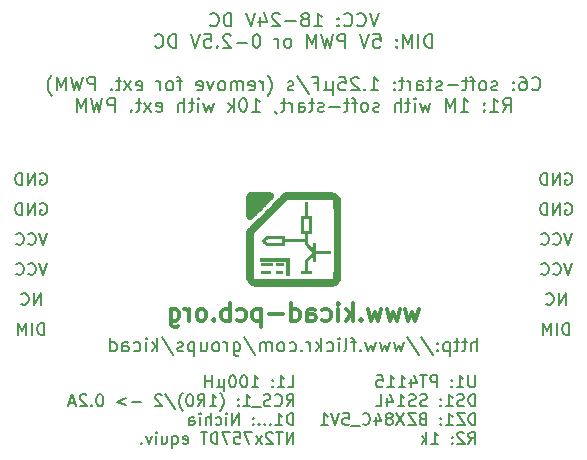
<source format=gbo>
%FSLAX34Y34*%
G04 Gerber Fmt 3.4, Leading zero omitted, Abs format*
G04 (created by PCBNEW (2014-03-05 BZR 4734)-product) date Thu 06 Mar 2014 06:49:51 PM CET*
%MOIN*%
G01*
G70*
G90*
G04 APERTURE LIST*
%ADD10C,0.005906*%
%ADD11C,0.007874*%
%ADD12C,0.008000*%
%ADD13C,0.012000*%
%ADD14C,0.000100*%
%ADD15C,0.065000*%
%ADD16C,0.118110*%
G04 APERTURE END LIST*
G54D10*
G54D11*
X34049Y-51674D02*
X34236Y-51674D01*
X34236Y-51280D01*
X33712Y-51674D02*
X33937Y-51674D01*
X33824Y-51674D02*
X33824Y-51280D01*
X33862Y-51336D01*
X33899Y-51374D01*
X33937Y-51392D01*
X33543Y-51636D02*
X33524Y-51655D01*
X33543Y-51674D01*
X33562Y-51655D01*
X33543Y-51636D01*
X33543Y-51674D01*
X33543Y-51430D02*
X33524Y-51449D01*
X33543Y-51467D01*
X33562Y-51449D01*
X33543Y-51430D01*
X33543Y-51467D01*
X32849Y-51674D02*
X33074Y-51674D01*
X32962Y-51674D02*
X32962Y-51280D01*
X32999Y-51336D01*
X33037Y-51374D01*
X33074Y-51392D01*
X32605Y-51280D02*
X32568Y-51280D01*
X32530Y-51299D01*
X32512Y-51317D01*
X32493Y-51355D01*
X32474Y-51430D01*
X32474Y-51524D01*
X32493Y-51599D01*
X32512Y-51636D01*
X32530Y-51655D01*
X32568Y-51674D01*
X32605Y-51674D01*
X32643Y-51655D01*
X32662Y-51636D01*
X32680Y-51599D01*
X32699Y-51524D01*
X32699Y-51430D01*
X32680Y-51355D01*
X32662Y-51317D01*
X32643Y-51299D01*
X32605Y-51280D01*
X32230Y-51280D02*
X32193Y-51280D01*
X32155Y-51299D01*
X32137Y-51317D01*
X32118Y-51355D01*
X32099Y-51430D01*
X32099Y-51524D01*
X32118Y-51599D01*
X32137Y-51636D01*
X32155Y-51655D01*
X32193Y-51674D01*
X32230Y-51674D01*
X32268Y-51655D01*
X32287Y-51636D01*
X32305Y-51599D01*
X32324Y-51524D01*
X32324Y-51430D01*
X32305Y-51355D01*
X32287Y-51317D01*
X32268Y-51299D01*
X32230Y-51280D01*
X31931Y-51411D02*
X31931Y-51805D01*
X31743Y-51617D02*
X31724Y-51655D01*
X31687Y-51674D01*
X31931Y-51617D02*
X31912Y-51655D01*
X31874Y-51674D01*
X31799Y-51674D01*
X31762Y-51655D01*
X31743Y-51617D01*
X31743Y-51411D01*
X31518Y-51674D02*
X31518Y-51280D01*
X31518Y-51467D02*
X31293Y-51467D01*
X31293Y-51674D02*
X31293Y-51280D01*
X34011Y-52304D02*
X34143Y-52116D01*
X34236Y-52304D02*
X34236Y-51910D01*
X34086Y-51910D01*
X34049Y-51929D01*
X34030Y-51947D01*
X34011Y-51985D01*
X34011Y-52041D01*
X34030Y-52079D01*
X34049Y-52097D01*
X34086Y-52116D01*
X34236Y-52116D01*
X33618Y-52266D02*
X33637Y-52285D01*
X33693Y-52304D01*
X33730Y-52304D01*
X33787Y-52285D01*
X33824Y-52247D01*
X33843Y-52210D01*
X33862Y-52135D01*
X33862Y-52079D01*
X33843Y-52004D01*
X33824Y-51966D01*
X33787Y-51929D01*
X33730Y-51910D01*
X33693Y-51910D01*
X33637Y-51929D01*
X33618Y-51947D01*
X33468Y-52285D02*
X33412Y-52304D01*
X33318Y-52304D01*
X33280Y-52285D01*
X33262Y-52266D01*
X33243Y-52229D01*
X33243Y-52191D01*
X33262Y-52154D01*
X33280Y-52135D01*
X33318Y-52116D01*
X33393Y-52097D01*
X33430Y-52079D01*
X33449Y-52060D01*
X33468Y-52022D01*
X33468Y-51985D01*
X33449Y-51947D01*
X33430Y-51929D01*
X33393Y-51910D01*
X33299Y-51910D01*
X33243Y-51929D01*
X33168Y-52341D02*
X32868Y-52341D01*
X32568Y-52304D02*
X32793Y-52304D01*
X32680Y-52304D02*
X32680Y-51910D01*
X32718Y-51966D01*
X32755Y-52004D01*
X32793Y-52022D01*
X32399Y-52266D02*
X32380Y-52285D01*
X32399Y-52304D01*
X32418Y-52285D01*
X32399Y-52266D01*
X32399Y-52304D01*
X32399Y-52060D02*
X32380Y-52079D01*
X32399Y-52097D01*
X32418Y-52079D01*
X32399Y-52060D01*
X32399Y-52097D01*
X31799Y-52454D02*
X31818Y-52435D01*
X31856Y-52379D01*
X31874Y-52341D01*
X31893Y-52285D01*
X31912Y-52191D01*
X31912Y-52116D01*
X31893Y-52022D01*
X31874Y-51966D01*
X31856Y-51929D01*
X31818Y-51872D01*
X31799Y-51854D01*
X31443Y-52304D02*
X31668Y-52304D01*
X31556Y-52304D02*
X31556Y-51910D01*
X31593Y-51966D01*
X31631Y-52004D01*
X31668Y-52022D01*
X31049Y-52304D02*
X31181Y-52116D01*
X31274Y-52304D02*
X31274Y-51910D01*
X31124Y-51910D01*
X31087Y-51929D01*
X31068Y-51947D01*
X31049Y-51985D01*
X31049Y-52041D01*
X31068Y-52079D01*
X31087Y-52097D01*
X31124Y-52116D01*
X31274Y-52116D01*
X30806Y-51910D02*
X30768Y-51910D01*
X30731Y-51929D01*
X30712Y-51947D01*
X30693Y-51985D01*
X30674Y-52060D01*
X30674Y-52154D01*
X30693Y-52229D01*
X30712Y-52266D01*
X30731Y-52285D01*
X30768Y-52304D01*
X30806Y-52304D01*
X30843Y-52285D01*
X30862Y-52266D01*
X30881Y-52229D01*
X30899Y-52154D01*
X30899Y-52060D01*
X30881Y-51985D01*
X30862Y-51947D01*
X30843Y-51929D01*
X30806Y-51910D01*
X30543Y-52454D02*
X30524Y-52435D01*
X30487Y-52379D01*
X30468Y-52341D01*
X30449Y-52285D01*
X30431Y-52191D01*
X30431Y-52116D01*
X30449Y-52022D01*
X30468Y-51966D01*
X30487Y-51929D01*
X30524Y-51872D01*
X30543Y-51854D01*
X29962Y-51891D02*
X30299Y-52397D01*
X29850Y-51947D02*
X29831Y-51929D01*
X29793Y-51910D01*
X29700Y-51910D01*
X29662Y-51929D01*
X29643Y-51947D01*
X29625Y-51985D01*
X29625Y-52022D01*
X29643Y-52079D01*
X29868Y-52304D01*
X29625Y-52304D01*
X29156Y-52154D02*
X28856Y-52154D01*
X28668Y-52041D02*
X28368Y-52154D01*
X28668Y-52266D01*
X27806Y-51910D02*
X27769Y-51910D01*
X27731Y-51929D01*
X27712Y-51947D01*
X27694Y-51985D01*
X27675Y-52060D01*
X27675Y-52154D01*
X27694Y-52229D01*
X27712Y-52266D01*
X27731Y-52285D01*
X27769Y-52304D01*
X27806Y-52304D01*
X27844Y-52285D01*
X27862Y-52266D01*
X27881Y-52229D01*
X27900Y-52154D01*
X27900Y-52060D01*
X27881Y-51985D01*
X27862Y-51947D01*
X27844Y-51929D01*
X27806Y-51910D01*
X27506Y-52266D02*
X27487Y-52285D01*
X27506Y-52304D01*
X27525Y-52285D01*
X27506Y-52266D01*
X27506Y-52304D01*
X27337Y-51947D02*
X27319Y-51929D01*
X27281Y-51910D01*
X27187Y-51910D01*
X27150Y-51929D01*
X27131Y-51947D01*
X27112Y-51985D01*
X27112Y-52022D01*
X27131Y-52079D01*
X27356Y-52304D01*
X27112Y-52304D01*
X26962Y-52191D02*
X26775Y-52191D01*
X27000Y-52304D02*
X26869Y-51910D01*
X26737Y-52304D01*
X34236Y-52934D02*
X34236Y-52540D01*
X34143Y-52540D01*
X34086Y-52559D01*
X34049Y-52596D01*
X34030Y-52634D01*
X34011Y-52709D01*
X34011Y-52765D01*
X34030Y-52840D01*
X34049Y-52877D01*
X34086Y-52915D01*
X34143Y-52934D01*
X34236Y-52934D01*
X33637Y-52934D02*
X33862Y-52934D01*
X33749Y-52934D02*
X33749Y-52540D01*
X33787Y-52596D01*
X33824Y-52634D01*
X33862Y-52652D01*
X33468Y-52896D02*
X33449Y-52915D01*
X33468Y-52934D01*
X33487Y-52915D01*
X33468Y-52896D01*
X33468Y-52934D01*
X33280Y-52896D02*
X33262Y-52915D01*
X33280Y-52934D01*
X33299Y-52915D01*
X33280Y-52896D01*
X33280Y-52934D01*
X33093Y-52896D02*
X33074Y-52915D01*
X33093Y-52934D01*
X33112Y-52915D01*
X33093Y-52896D01*
X33093Y-52934D01*
X32905Y-52896D02*
X32887Y-52915D01*
X32905Y-52934D01*
X32924Y-52915D01*
X32905Y-52896D01*
X32905Y-52934D01*
X32905Y-52690D02*
X32887Y-52709D01*
X32905Y-52727D01*
X32924Y-52709D01*
X32905Y-52690D01*
X32905Y-52727D01*
X32418Y-52934D02*
X32418Y-52540D01*
X32193Y-52934D01*
X32193Y-52540D01*
X32006Y-52934D02*
X32006Y-52671D01*
X32006Y-52540D02*
X32024Y-52559D01*
X32006Y-52577D01*
X31987Y-52559D01*
X32006Y-52540D01*
X32006Y-52577D01*
X31649Y-52915D02*
X31687Y-52934D01*
X31762Y-52934D01*
X31799Y-52915D01*
X31818Y-52896D01*
X31837Y-52859D01*
X31837Y-52746D01*
X31818Y-52709D01*
X31799Y-52690D01*
X31762Y-52671D01*
X31687Y-52671D01*
X31649Y-52690D01*
X31481Y-52934D02*
X31481Y-52540D01*
X31312Y-52934D02*
X31312Y-52727D01*
X31331Y-52690D01*
X31368Y-52671D01*
X31424Y-52671D01*
X31462Y-52690D01*
X31481Y-52709D01*
X31124Y-52934D02*
X31124Y-52671D01*
X31124Y-52540D02*
X31143Y-52559D01*
X31124Y-52577D01*
X31106Y-52559D01*
X31124Y-52540D01*
X31124Y-52577D01*
X30768Y-52934D02*
X30768Y-52727D01*
X30787Y-52690D01*
X30824Y-52671D01*
X30899Y-52671D01*
X30937Y-52690D01*
X30768Y-52915D02*
X30806Y-52934D01*
X30899Y-52934D01*
X30937Y-52915D01*
X30956Y-52877D01*
X30956Y-52840D01*
X30937Y-52802D01*
X30899Y-52784D01*
X30806Y-52784D01*
X30768Y-52765D01*
X34236Y-53563D02*
X34236Y-53170D01*
X34011Y-53563D01*
X34011Y-53170D01*
X33880Y-53170D02*
X33655Y-53170D01*
X33768Y-53563D02*
X33768Y-53170D01*
X33543Y-53207D02*
X33524Y-53188D01*
X33487Y-53170D01*
X33393Y-53170D01*
X33355Y-53188D01*
X33337Y-53207D01*
X33318Y-53245D01*
X33318Y-53282D01*
X33337Y-53338D01*
X33562Y-53563D01*
X33318Y-53563D01*
X33187Y-53563D02*
X32980Y-53301D01*
X33187Y-53301D02*
X32980Y-53563D01*
X32868Y-53170D02*
X32605Y-53170D01*
X32774Y-53563D01*
X32268Y-53170D02*
X32455Y-53170D01*
X32474Y-53357D01*
X32455Y-53338D01*
X32418Y-53320D01*
X32324Y-53320D01*
X32287Y-53338D01*
X32268Y-53357D01*
X32249Y-53395D01*
X32249Y-53488D01*
X32268Y-53526D01*
X32287Y-53545D01*
X32324Y-53563D01*
X32418Y-53563D01*
X32455Y-53545D01*
X32474Y-53526D01*
X32118Y-53170D02*
X31856Y-53170D01*
X32024Y-53563D01*
X31706Y-53563D02*
X31706Y-53170D01*
X31612Y-53170D01*
X31556Y-53188D01*
X31518Y-53226D01*
X31499Y-53263D01*
X31481Y-53338D01*
X31481Y-53395D01*
X31499Y-53470D01*
X31518Y-53507D01*
X31556Y-53545D01*
X31612Y-53563D01*
X31706Y-53563D01*
X31368Y-53170D02*
X31143Y-53170D01*
X31256Y-53563D02*
X31256Y-53170D01*
X30562Y-53545D02*
X30599Y-53563D01*
X30674Y-53563D01*
X30712Y-53545D01*
X30731Y-53507D01*
X30731Y-53357D01*
X30712Y-53320D01*
X30674Y-53301D01*
X30599Y-53301D01*
X30562Y-53320D01*
X30543Y-53357D01*
X30543Y-53395D01*
X30731Y-53432D01*
X30206Y-53301D02*
X30206Y-53695D01*
X30206Y-53545D02*
X30243Y-53563D01*
X30318Y-53563D01*
X30356Y-53545D01*
X30374Y-53526D01*
X30393Y-53488D01*
X30393Y-53376D01*
X30374Y-53338D01*
X30356Y-53320D01*
X30318Y-53301D01*
X30243Y-53301D01*
X30206Y-53320D01*
X29850Y-53301D02*
X29850Y-53563D01*
X30018Y-53301D02*
X30018Y-53507D01*
X29999Y-53545D01*
X29962Y-53563D01*
X29906Y-53563D01*
X29868Y-53545D01*
X29850Y-53526D01*
X29662Y-53563D02*
X29662Y-53301D01*
X29662Y-53170D02*
X29681Y-53188D01*
X29662Y-53207D01*
X29643Y-53188D01*
X29662Y-53170D01*
X29662Y-53207D01*
X29512Y-53301D02*
X29418Y-53563D01*
X29325Y-53301D01*
X29175Y-53526D02*
X29156Y-53545D01*
X29175Y-53563D01*
X29193Y-53545D01*
X29175Y-53526D01*
X29175Y-53563D01*
X40299Y-51280D02*
X40299Y-51599D01*
X40281Y-51636D01*
X40262Y-51655D01*
X40224Y-51674D01*
X40149Y-51674D01*
X40112Y-51655D01*
X40093Y-51636D01*
X40074Y-51599D01*
X40074Y-51280D01*
X39681Y-51674D02*
X39906Y-51674D01*
X39793Y-51674D02*
X39793Y-51280D01*
X39831Y-51336D01*
X39868Y-51374D01*
X39906Y-51392D01*
X39512Y-51636D02*
X39493Y-51655D01*
X39512Y-51674D01*
X39531Y-51655D01*
X39512Y-51636D01*
X39512Y-51674D01*
X39512Y-51430D02*
X39493Y-51449D01*
X39512Y-51467D01*
X39531Y-51449D01*
X39512Y-51430D01*
X39512Y-51467D01*
X39025Y-51674D02*
X39025Y-51280D01*
X38875Y-51280D01*
X38837Y-51299D01*
X38818Y-51317D01*
X38800Y-51355D01*
X38800Y-51411D01*
X38818Y-51449D01*
X38837Y-51467D01*
X38875Y-51486D01*
X39025Y-51486D01*
X38687Y-51280D02*
X38462Y-51280D01*
X38575Y-51674D02*
X38575Y-51280D01*
X38162Y-51411D02*
X38162Y-51674D01*
X38256Y-51261D02*
X38350Y-51542D01*
X38106Y-51542D01*
X37750Y-51674D02*
X37975Y-51674D01*
X37862Y-51674D02*
X37862Y-51280D01*
X37900Y-51336D01*
X37937Y-51374D01*
X37975Y-51392D01*
X37375Y-51674D02*
X37600Y-51674D01*
X37487Y-51674D02*
X37487Y-51280D01*
X37525Y-51336D01*
X37562Y-51374D01*
X37600Y-51392D01*
X37019Y-51280D02*
X37206Y-51280D01*
X37225Y-51467D01*
X37206Y-51449D01*
X37169Y-51430D01*
X37075Y-51430D01*
X37037Y-51449D01*
X37019Y-51467D01*
X37000Y-51505D01*
X37000Y-51599D01*
X37019Y-51636D01*
X37037Y-51655D01*
X37075Y-51674D01*
X37169Y-51674D01*
X37206Y-51655D01*
X37225Y-51636D01*
X40299Y-52304D02*
X40299Y-51910D01*
X40206Y-51910D01*
X40149Y-51929D01*
X40112Y-51966D01*
X40093Y-52004D01*
X40074Y-52079D01*
X40074Y-52135D01*
X40093Y-52210D01*
X40112Y-52247D01*
X40149Y-52285D01*
X40206Y-52304D01*
X40299Y-52304D01*
X39925Y-52285D02*
X39868Y-52304D01*
X39775Y-52304D01*
X39737Y-52285D01*
X39718Y-52266D01*
X39700Y-52229D01*
X39700Y-52191D01*
X39718Y-52154D01*
X39737Y-52135D01*
X39775Y-52116D01*
X39850Y-52097D01*
X39887Y-52079D01*
X39906Y-52060D01*
X39925Y-52022D01*
X39925Y-51985D01*
X39906Y-51947D01*
X39887Y-51929D01*
X39850Y-51910D01*
X39756Y-51910D01*
X39700Y-51929D01*
X39325Y-52304D02*
X39550Y-52304D01*
X39437Y-52304D02*
X39437Y-51910D01*
X39475Y-51966D01*
X39512Y-52004D01*
X39550Y-52022D01*
X39156Y-52266D02*
X39137Y-52285D01*
X39156Y-52304D01*
X39175Y-52285D01*
X39156Y-52266D01*
X39156Y-52304D01*
X39156Y-52060D02*
X39137Y-52079D01*
X39156Y-52097D01*
X39175Y-52079D01*
X39156Y-52060D01*
X39156Y-52097D01*
X38687Y-52285D02*
X38631Y-52304D01*
X38537Y-52304D01*
X38500Y-52285D01*
X38481Y-52266D01*
X38462Y-52229D01*
X38462Y-52191D01*
X38481Y-52154D01*
X38500Y-52135D01*
X38537Y-52116D01*
X38612Y-52097D01*
X38650Y-52079D01*
X38668Y-52060D01*
X38687Y-52022D01*
X38687Y-51985D01*
X38668Y-51947D01*
X38650Y-51929D01*
X38612Y-51910D01*
X38518Y-51910D01*
X38462Y-51929D01*
X38312Y-52285D02*
X38256Y-52304D01*
X38162Y-52304D01*
X38125Y-52285D01*
X38106Y-52266D01*
X38087Y-52229D01*
X38087Y-52191D01*
X38106Y-52154D01*
X38125Y-52135D01*
X38162Y-52116D01*
X38237Y-52097D01*
X38275Y-52079D01*
X38293Y-52060D01*
X38312Y-52022D01*
X38312Y-51985D01*
X38293Y-51947D01*
X38275Y-51929D01*
X38237Y-51910D01*
X38143Y-51910D01*
X38087Y-51929D01*
X37712Y-52304D02*
X37937Y-52304D01*
X37825Y-52304D02*
X37825Y-51910D01*
X37862Y-51966D01*
X37900Y-52004D01*
X37937Y-52022D01*
X37375Y-52041D02*
X37375Y-52304D01*
X37469Y-51891D02*
X37562Y-52172D01*
X37319Y-52172D01*
X36981Y-52304D02*
X37169Y-52304D01*
X37169Y-51910D01*
X40299Y-52934D02*
X40299Y-52540D01*
X40206Y-52540D01*
X40149Y-52559D01*
X40112Y-52596D01*
X40093Y-52634D01*
X40074Y-52709D01*
X40074Y-52765D01*
X40093Y-52840D01*
X40112Y-52877D01*
X40149Y-52915D01*
X40206Y-52934D01*
X40299Y-52934D01*
X39943Y-52540D02*
X39681Y-52540D01*
X39943Y-52934D01*
X39681Y-52934D01*
X39325Y-52934D02*
X39550Y-52934D01*
X39437Y-52934D02*
X39437Y-52540D01*
X39475Y-52596D01*
X39512Y-52634D01*
X39550Y-52652D01*
X39156Y-52896D02*
X39137Y-52915D01*
X39156Y-52934D01*
X39175Y-52915D01*
X39156Y-52896D01*
X39156Y-52934D01*
X39156Y-52690D02*
X39137Y-52709D01*
X39156Y-52727D01*
X39175Y-52709D01*
X39156Y-52690D01*
X39156Y-52727D01*
X38537Y-52727D02*
X38481Y-52746D01*
X38462Y-52765D01*
X38443Y-52802D01*
X38443Y-52859D01*
X38462Y-52896D01*
X38481Y-52915D01*
X38518Y-52934D01*
X38668Y-52934D01*
X38668Y-52540D01*
X38537Y-52540D01*
X38500Y-52559D01*
X38481Y-52577D01*
X38462Y-52615D01*
X38462Y-52652D01*
X38481Y-52690D01*
X38500Y-52709D01*
X38537Y-52727D01*
X38668Y-52727D01*
X38312Y-52540D02*
X38050Y-52540D01*
X38312Y-52934D01*
X38050Y-52934D01*
X37937Y-52540D02*
X37675Y-52934D01*
X37675Y-52540D02*
X37937Y-52934D01*
X37469Y-52709D02*
X37506Y-52690D01*
X37525Y-52671D01*
X37544Y-52634D01*
X37544Y-52615D01*
X37525Y-52577D01*
X37506Y-52559D01*
X37469Y-52540D01*
X37394Y-52540D01*
X37356Y-52559D01*
X37337Y-52577D01*
X37319Y-52615D01*
X37319Y-52634D01*
X37337Y-52671D01*
X37356Y-52690D01*
X37394Y-52709D01*
X37469Y-52709D01*
X37506Y-52727D01*
X37525Y-52746D01*
X37544Y-52784D01*
X37544Y-52859D01*
X37525Y-52896D01*
X37506Y-52915D01*
X37469Y-52934D01*
X37394Y-52934D01*
X37356Y-52915D01*
X37337Y-52896D01*
X37319Y-52859D01*
X37319Y-52784D01*
X37337Y-52746D01*
X37356Y-52727D01*
X37394Y-52709D01*
X36981Y-52671D02*
X36981Y-52934D01*
X37075Y-52521D02*
X37169Y-52802D01*
X36925Y-52802D01*
X36550Y-52896D02*
X36569Y-52915D01*
X36625Y-52934D01*
X36662Y-52934D01*
X36719Y-52915D01*
X36756Y-52877D01*
X36775Y-52840D01*
X36794Y-52765D01*
X36794Y-52709D01*
X36775Y-52634D01*
X36756Y-52596D01*
X36719Y-52559D01*
X36662Y-52540D01*
X36625Y-52540D01*
X36569Y-52559D01*
X36550Y-52577D01*
X36475Y-52971D02*
X36175Y-52971D01*
X35894Y-52540D02*
X36081Y-52540D01*
X36100Y-52727D01*
X36081Y-52709D01*
X36044Y-52690D01*
X35950Y-52690D01*
X35913Y-52709D01*
X35894Y-52727D01*
X35875Y-52765D01*
X35875Y-52859D01*
X35894Y-52896D01*
X35913Y-52915D01*
X35950Y-52934D01*
X36044Y-52934D01*
X36081Y-52915D01*
X36100Y-52896D01*
X35763Y-52540D02*
X35631Y-52934D01*
X35500Y-52540D01*
X35163Y-52934D02*
X35388Y-52934D01*
X35275Y-52934D02*
X35275Y-52540D01*
X35313Y-52596D01*
X35350Y-52634D01*
X35388Y-52652D01*
X40074Y-53563D02*
X40206Y-53376D01*
X40299Y-53563D02*
X40299Y-53170D01*
X40149Y-53170D01*
X40112Y-53188D01*
X40093Y-53207D01*
X40074Y-53245D01*
X40074Y-53301D01*
X40093Y-53338D01*
X40112Y-53357D01*
X40149Y-53376D01*
X40299Y-53376D01*
X39925Y-53207D02*
X39906Y-53188D01*
X39868Y-53170D01*
X39775Y-53170D01*
X39737Y-53188D01*
X39718Y-53207D01*
X39700Y-53245D01*
X39700Y-53282D01*
X39718Y-53338D01*
X39943Y-53563D01*
X39700Y-53563D01*
X39531Y-53526D02*
X39512Y-53545D01*
X39531Y-53563D01*
X39550Y-53545D01*
X39531Y-53526D01*
X39531Y-53563D01*
X39531Y-53320D02*
X39512Y-53338D01*
X39531Y-53357D01*
X39550Y-53338D01*
X39531Y-53320D01*
X39531Y-53357D01*
X38837Y-53563D02*
X39062Y-53563D01*
X38950Y-53563D02*
X38950Y-53170D01*
X38987Y-53226D01*
X39025Y-53263D01*
X39062Y-53282D01*
X38668Y-53563D02*
X38668Y-53170D01*
X38631Y-53413D02*
X38518Y-53563D01*
X38518Y-53301D02*
X38668Y-53451D01*
G54D12*
X40369Y-50479D02*
X40369Y-50029D01*
X40176Y-50479D02*
X40176Y-50243D01*
X40198Y-50200D01*
X40241Y-50179D01*
X40305Y-50179D01*
X40348Y-50200D01*
X40369Y-50222D01*
X40026Y-50179D02*
X39855Y-50179D01*
X39962Y-50029D02*
X39962Y-50414D01*
X39941Y-50457D01*
X39898Y-50479D01*
X39855Y-50479D01*
X39769Y-50179D02*
X39598Y-50179D01*
X39705Y-50029D02*
X39705Y-50414D01*
X39684Y-50457D01*
X39641Y-50479D01*
X39598Y-50479D01*
X39448Y-50179D02*
X39448Y-50629D01*
X39448Y-50200D02*
X39405Y-50179D01*
X39319Y-50179D01*
X39276Y-50200D01*
X39255Y-50222D01*
X39234Y-50264D01*
X39234Y-50393D01*
X39255Y-50436D01*
X39276Y-50457D01*
X39319Y-50479D01*
X39405Y-50479D01*
X39448Y-50457D01*
X39041Y-50436D02*
X39019Y-50457D01*
X39041Y-50479D01*
X39062Y-50457D01*
X39041Y-50436D01*
X39041Y-50479D01*
X39041Y-50200D02*
X39019Y-50222D01*
X39041Y-50243D01*
X39062Y-50222D01*
X39041Y-50200D01*
X39041Y-50243D01*
X38505Y-50007D02*
X38891Y-50586D01*
X38034Y-50007D02*
X38419Y-50586D01*
X37926Y-50179D02*
X37841Y-50479D01*
X37755Y-50264D01*
X37669Y-50479D01*
X37584Y-50179D01*
X37455Y-50179D02*
X37369Y-50479D01*
X37284Y-50264D01*
X37198Y-50479D01*
X37112Y-50179D01*
X36984Y-50179D02*
X36898Y-50479D01*
X36812Y-50264D01*
X36726Y-50479D01*
X36641Y-50179D01*
X36469Y-50436D02*
X36448Y-50457D01*
X36469Y-50479D01*
X36491Y-50457D01*
X36469Y-50436D01*
X36469Y-50479D01*
X36319Y-50179D02*
X36148Y-50179D01*
X36255Y-50479D02*
X36255Y-50093D01*
X36234Y-50050D01*
X36191Y-50029D01*
X36148Y-50029D01*
X35934Y-50479D02*
X35976Y-50457D01*
X35998Y-50414D01*
X35998Y-50029D01*
X35762Y-50479D02*
X35762Y-50179D01*
X35762Y-50029D02*
X35784Y-50050D01*
X35762Y-50072D01*
X35741Y-50050D01*
X35762Y-50029D01*
X35762Y-50072D01*
X35355Y-50457D02*
X35398Y-50479D01*
X35484Y-50479D01*
X35526Y-50457D01*
X35548Y-50436D01*
X35569Y-50393D01*
X35569Y-50264D01*
X35548Y-50222D01*
X35526Y-50200D01*
X35484Y-50179D01*
X35398Y-50179D01*
X35355Y-50200D01*
X35162Y-50479D02*
X35162Y-50029D01*
X35119Y-50307D02*
X34991Y-50479D01*
X34991Y-50179D02*
X35162Y-50350D01*
X34798Y-50479D02*
X34798Y-50179D01*
X34798Y-50264D02*
X34776Y-50222D01*
X34755Y-50200D01*
X34712Y-50179D01*
X34669Y-50179D01*
X34519Y-50436D02*
X34498Y-50457D01*
X34519Y-50479D01*
X34541Y-50457D01*
X34519Y-50436D01*
X34519Y-50479D01*
X34112Y-50457D02*
X34155Y-50479D01*
X34241Y-50479D01*
X34284Y-50457D01*
X34305Y-50436D01*
X34326Y-50393D01*
X34326Y-50264D01*
X34305Y-50222D01*
X34284Y-50200D01*
X34241Y-50179D01*
X34155Y-50179D01*
X34112Y-50200D01*
X33855Y-50479D02*
X33898Y-50457D01*
X33919Y-50436D01*
X33941Y-50393D01*
X33941Y-50264D01*
X33919Y-50222D01*
X33898Y-50200D01*
X33855Y-50179D01*
X33791Y-50179D01*
X33748Y-50200D01*
X33726Y-50222D01*
X33705Y-50264D01*
X33705Y-50393D01*
X33726Y-50436D01*
X33748Y-50457D01*
X33791Y-50479D01*
X33855Y-50479D01*
X33512Y-50479D02*
X33512Y-50179D01*
X33512Y-50222D02*
X33491Y-50200D01*
X33448Y-50179D01*
X33384Y-50179D01*
X33341Y-50200D01*
X33319Y-50243D01*
X33319Y-50479D01*
X33319Y-50243D02*
X33298Y-50200D01*
X33255Y-50179D01*
X33191Y-50179D01*
X33148Y-50200D01*
X33126Y-50243D01*
X33126Y-50479D01*
X32591Y-50007D02*
X32976Y-50586D01*
X32248Y-50179D02*
X32248Y-50543D01*
X32269Y-50586D01*
X32291Y-50607D01*
X32334Y-50629D01*
X32398Y-50629D01*
X32441Y-50607D01*
X32248Y-50457D02*
X32291Y-50479D01*
X32376Y-50479D01*
X32419Y-50457D01*
X32441Y-50436D01*
X32462Y-50393D01*
X32462Y-50264D01*
X32441Y-50222D01*
X32419Y-50200D01*
X32376Y-50179D01*
X32291Y-50179D01*
X32248Y-50200D01*
X32034Y-50479D02*
X32034Y-50179D01*
X32034Y-50264D02*
X32012Y-50222D01*
X31991Y-50200D01*
X31948Y-50179D01*
X31905Y-50179D01*
X31691Y-50479D02*
X31734Y-50457D01*
X31755Y-50436D01*
X31776Y-50393D01*
X31776Y-50264D01*
X31755Y-50222D01*
X31734Y-50200D01*
X31691Y-50179D01*
X31626Y-50179D01*
X31584Y-50200D01*
X31562Y-50222D01*
X31541Y-50264D01*
X31541Y-50393D01*
X31562Y-50436D01*
X31584Y-50457D01*
X31626Y-50479D01*
X31691Y-50479D01*
X31155Y-50179D02*
X31155Y-50479D01*
X31348Y-50179D02*
X31348Y-50414D01*
X31326Y-50457D01*
X31284Y-50479D01*
X31219Y-50479D01*
X31176Y-50457D01*
X31155Y-50436D01*
X30941Y-50179D02*
X30941Y-50629D01*
X30941Y-50200D02*
X30898Y-50179D01*
X30812Y-50179D01*
X30769Y-50200D01*
X30748Y-50222D01*
X30726Y-50264D01*
X30726Y-50393D01*
X30748Y-50436D01*
X30769Y-50457D01*
X30812Y-50479D01*
X30898Y-50479D01*
X30941Y-50457D01*
X30555Y-50457D02*
X30512Y-50479D01*
X30426Y-50479D01*
X30384Y-50457D01*
X30362Y-50414D01*
X30362Y-50393D01*
X30384Y-50350D01*
X30426Y-50329D01*
X30491Y-50329D01*
X30534Y-50307D01*
X30555Y-50264D01*
X30555Y-50243D01*
X30534Y-50200D01*
X30491Y-50179D01*
X30426Y-50179D01*
X30384Y-50200D01*
X29848Y-50007D02*
X30234Y-50586D01*
X29698Y-50479D02*
X29698Y-50029D01*
X29655Y-50307D02*
X29526Y-50479D01*
X29526Y-50179D02*
X29698Y-50350D01*
X29334Y-50479D02*
X29334Y-50179D01*
X29334Y-50029D02*
X29355Y-50050D01*
X29334Y-50072D01*
X29312Y-50050D01*
X29334Y-50029D01*
X29334Y-50072D01*
X28926Y-50457D02*
X28969Y-50479D01*
X29055Y-50479D01*
X29098Y-50457D01*
X29119Y-50436D01*
X29141Y-50393D01*
X29141Y-50264D01*
X29119Y-50222D01*
X29098Y-50200D01*
X29055Y-50179D01*
X28969Y-50179D01*
X28926Y-50200D01*
X28541Y-50479D02*
X28541Y-50243D01*
X28562Y-50200D01*
X28605Y-50179D01*
X28691Y-50179D01*
X28734Y-50200D01*
X28541Y-50457D02*
X28584Y-50479D01*
X28691Y-50479D01*
X28734Y-50457D01*
X28755Y-50414D01*
X28755Y-50372D01*
X28734Y-50329D01*
X28691Y-50307D01*
X28584Y-50307D01*
X28541Y-50286D01*
X28134Y-50479D02*
X28134Y-50029D01*
X28134Y-50457D02*
X28176Y-50479D01*
X28262Y-50479D01*
X28305Y-50457D01*
X28326Y-50436D01*
X28348Y-50393D01*
X28348Y-50264D01*
X28326Y-50222D01*
X28305Y-50200D01*
X28262Y-50179D01*
X28176Y-50179D01*
X28134Y-50200D01*
G54D13*
X38413Y-49066D02*
X38301Y-49460D01*
X38188Y-49178D01*
X38076Y-49460D01*
X37964Y-49066D01*
X37795Y-49066D02*
X37682Y-49460D01*
X37570Y-49178D01*
X37457Y-49460D01*
X37345Y-49066D01*
X37176Y-49066D02*
X37064Y-49460D01*
X36951Y-49178D01*
X36839Y-49460D01*
X36726Y-49066D01*
X36501Y-49403D02*
X36473Y-49431D01*
X36501Y-49460D01*
X36529Y-49431D01*
X36501Y-49403D01*
X36501Y-49460D01*
X36220Y-49460D02*
X36220Y-48869D01*
X36164Y-49235D02*
X35995Y-49460D01*
X35995Y-49066D02*
X36220Y-49291D01*
X35742Y-49460D02*
X35742Y-49066D01*
X35742Y-48869D02*
X35770Y-48897D01*
X35742Y-48925D01*
X35714Y-48897D01*
X35742Y-48869D01*
X35742Y-48925D01*
X35208Y-49431D02*
X35264Y-49460D01*
X35376Y-49460D01*
X35433Y-49431D01*
X35461Y-49403D01*
X35489Y-49347D01*
X35489Y-49178D01*
X35461Y-49122D01*
X35433Y-49094D01*
X35376Y-49066D01*
X35264Y-49066D01*
X35208Y-49094D01*
X34701Y-49460D02*
X34701Y-49150D01*
X34730Y-49094D01*
X34786Y-49066D01*
X34898Y-49066D01*
X34955Y-49094D01*
X34701Y-49431D02*
X34758Y-49460D01*
X34898Y-49460D01*
X34955Y-49431D01*
X34983Y-49375D01*
X34983Y-49319D01*
X34955Y-49263D01*
X34898Y-49235D01*
X34758Y-49235D01*
X34701Y-49206D01*
X34167Y-49460D02*
X34167Y-48869D01*
X34167Y-49431D02*
X34223Y-49460D01*
X34336Y-49460D01*
X34392Y-49431D01*
X34420Y-49403D01*
X34448Y-49347D01*
X34448Y-49178D01*
X34420Y-49122D01*
X34392Y-49094D01*
X34336Y-49066D01*
X34223Y-49066D01*
X34167Y-49094D01*
X33886Y-49235D02*
X33436Y-49235D01*
X33155Y-49066D02*
X33155Y-49656D01*
X33155Y-49094D02*
X33098Y-49066D01*
X32986Y-49066D01*
X32930Y-49094D01*
X32902Y-49122D01*
X32874Y-49178D01*
X32874Y-49347D01*
X32902Y-49403D01*
X32930Y-49431D01*
X32986Y-49460D01*
X33098Y-49460D01*
X33155Y-49431D01*
X32367Y-49431D02*
X32424Y-49460D01*
X32536Y-49460D01*
X32592Y-49431D01*
X32620Y-49403D01*
X32649Y-49347D01*
X32649Y-49178D01*
X32620Y-49122D01*
X32592Y-49094D01*
X32536Y-49066D01*
X32424Y-49066D01*
X32367Y-49094D01*
X32114Y-49460D02*
X32114Y-48869D01*
X32114Y-49094D02*
X32058Y-49066D01*
X31946Y-49066D01*
X31889Y-49094D01*
X31861Y-49122D01*
X31833Y-49178D01*
X31833Y-49347D01*
X31861Y-49403D01*
X31889Y-49431D01*
X31946Y-49460D01*
X32058Y-49460D01*
X32114Y-49431D01*
X31580Y-49403D02*
X31552Y-49431D01*
X31580Y-49460D01*
X31608Y-49431D01*
X31580Y-49403D01*
X31580Y-49460D01*
X31214Y-49460D02*
X31271Y-49431D01*
X31299Y-49403D01*
X31327Y-49347D01*
X31327Y-49178D01*
X31299Y-49122D01*
X31271Y-49094D01*
X31214Y-49066D01*
X31130Y-49066D01*
X31074Y-49094D01*
X31046Y-49122D01*
X31017Y-49178D01*
X31017Y-49347D01*
X31046Y-49403D01*
X31074Y-49431D01*
X31130Y-49460D01*
X31214Y-49460D01*
X30764Y-49460D02*
X30764Y-49066D01*
X30764Y-49178D02*
X30736Y-49122D01*
X30708Y-49094D01*
X30652Y-49066D01*
X30596Y-49066D01*
X30146Y-49066D02*
X30146Y-49544D01*
X30174Y-49600D01*
X30202Y-49628D01*
X30258Y-49656D01*
X30343Y-49656D01*
X30399Y-49628D01*
X30146Y-49431D02*
X30202Y-49460D01*
X30314Y-49460D01*
X30371Y-49431D01*
X30399Y-49403D01*
X30427Y-49347D01*
X30427Y-49178D01*
X30399Y-49122D01*
X30371Y-49094D01*
X30314Y-49066D01*
X30202Y-49066D01*
X30146Y-49094D01*
G54D12*
X43304Y-44550D02*
X43342Y-44530D01*
X43400Y-44530D01*
X43457Y-44550D01*
X43495Y-44588D01*
X43514Y-44626D01*
X43533Y-44702D01*
X43533Y-44759D01*
X43514Y-44835D01*
X43495Y-44873D01*
X43457Y-44911D01*
X43400Y-44930D01*
X43361Y-44930D01*
X43304Y-44911D01*
X43285Y-44892D01*
X43285Y-44759D01*
X43361Y-44759D01*
X43114Y-44930D02*
X43114Y-44530D01*
X42885Y-44930D01*
X42885Y-44530D01*
X42695Y-44930D02*
X42695Y-44530D01*
X42599Y-44530D01*
X42542Y-44550D01*
X42504Y-44588D01*
X42485Y-44626D01*
X42466Y-44702D01*
X42466Y-44759D01*
X42485Y-44835D01*
X42504Y-44873D01*
X42542Y-44911D01*
X42599Y-44930D01*
X42695Y-44930D01*
X43533Y-46530D02*
X43399Y-46930D01*
X43266Y-46530D01*
X42904Y-46892D02*
X42923Y-46911D01*
X42980Y-46930D01*
X43019Y-46930D01*
X43076Y-46911D01*
X43114Y-46873D01*
X43133Y-46835D01*
X43152Y-46759D01*
X43152Y-46702D01*
X43133Y-46626D01*
X43114Y-46588D01*
X43076Y-46550D01*
X43019Y-46530D01*
X42980Y-46530D01*
X42923Y-46550D01*
X42904Y-46569D01*
X42504Y-46892D02*
X42523Y-46911D01*
X42580Y-46930D01*
X42619Y-46930D01*
X42676Y-46911D01*
X42714Y-46873D01*
X42733Y-46835D01*
X42752Y-46759D01*
X42752Y-46702D01*
X42733Y-46626D01*
X42714Y-46588D01*
X42676Y-46550D01*
X42619Y-46530D01*
X42580Y-46530D01*
X42523Y-46550D01*
X42504Y-46569D01*
X43304Y-45550D02*
X43342Y-45530D01*
X43400Y-45530D01*
X43457Y-45550D01*
X43495Y-45588D01*
X43514Y-45626D01*
X43533Y-45702D01*
X43533Y-45759D01*
X43514Y-45835D01*
X43495Y-45873D01*
X43457Y-45911D01*
X43400Y-45930D01*
X43361Y-45930D01*
X43304Y-45911D01*
X43285Y-45892D01*
X43285Y-45759D01*
X43361Y-45759D01*
X43114Y-45930D02*
X43114Y-45530D01*
X42885Y-45930D01*
X42885Y-45530D01*
X42695Y-45930D02*
X42695Y-45530D01*
X42599Y-45530D01*
X42542Y-45550D01*
X42504Y-45588D01*
X42485Y-45626D01*
X42466Y-45702D01*
X42466Y-45759D01*
X42485Y-45835D01*
X42504Y-45873D01*
X42542Y-45911D01*
X42599Y-45930D01*
X42695Y-45930D01*
X43533Y-47530D02*
X43399Y-47930D01*
X43266Y-47530D01*
X42904Y-47892D02*
X42923Y-47911D01*
X42980Y-47930D01*
X43019Y-47930D01*
X43076Y-47911D01*
X43114Y-47873D01*
X43133Y-47835D01*
X43152Y-47759D01*
X43152Y-47702D01*
X43133Y-47626D01*
X43114Y-47588D01*
X43076Y-47550D01*
X43019Y-47530D01*
X42980Y-47530D01*
X42923Y-47550D01*
X42904Y-47569D01*
X42504Y-47892D02*
X42523Y-47911D01*
X42580Y-47930D01*
X42619Y-47930D01*
X42676Y-47911D01*
X42714Y-47873D01*
X42733Y-47835D01*
X42752Y-47759D01*
X42752Y-47702D01*
X42733Y-47626D01*
X42714Y-47588D01*
X42676Y-47550D01*
X42619Y-47530D01*
X42580Y-47530D01*
X42523Y-47550D01*
X42504Y-47569D01*
X43428Y-49930D02*
X43428Y-49530D01*
X43333Y-49530D01*
X43276Y-49550D01*
X43238Y-49588D01*
X43219Y-49626D01*
X43200Y-49702D01*
X43200Y-49759D01*
X43219Y-49835D01*
X43238Y-49873D01*
X43276Y-49911D01*
X43333Y-49930D01*
X43428Y-49930D01*
X43028Y-49930D02*
X43028Y-49530D01*
X42838Y-49930D02*
X42838Y-49530D01*
X42704Y-49816D01*
X42571Y-49530D01*
X42571Y-49930D01*
X43314Y-48930D02*
X43314Y-48530D01*
X43085Y-48930D01*
X43085Y-48530D01*
X42666Y-48892D02*
X42685Y-48911D01*
X42742Y-48930D01*
X42780Y-48930D01*
X42838Y-48911D01*
X42876Y-48873D01*
X42895Y-48835D01*
X42914Y-48759D01*
X42914Y-48702D01*
X42895Y-48626D01*
X42876Y-48588D01*
X42838Y-48550D01*
X42780Y-48530D01*
X42742Y-48530D01*
X42685Y-48550D01*
X42666Y-48569D01*
X37080Y-39199D02*
X36930Y-39649D01*
X36780Y-39199D01*
X36373Y-39606D02*
X36394Y-39628D01*
X36459Y-39649D01*
X36501Y-39649D01*
X36566Y-39628D01*
X36609Y-39585D01*
X36630Y-39542D01*
X36651Y-39456D01*
X36651Y-39392D01*
X36630Y-39306D01*
X36609Y-39263D01*
X36566Y-39221D01*
X36501Y-39199D01*
X36459Y-39199D01*
X36394Y-39221D01*
X36373Y-39242D01*
X35923Y-39606D02*
X35944Y-39628D01*
X36009Y-39649D01*
X36051Y-39649D01*
X36116Y-39628D01*
X36159Y-39585D01*
X36180Y-39542D01*
X36201Y-39456D01*
X36201Y-39392D01*
X36180Y-39306D01*
X36159Y-39263D01*
X36116Y-39221D01*
X36051Y-39199D01*
X36009Y-39199D01*
X35944Y-39221D01*
X35923Y-39242D01*
X35730Y-39606D02*
X35709Y-39628D01*
X35730Y-39649D01*
X35751Y-39628D01*
X35730Y-39606D01*
X35730Y-39649D01*
X35730Y-39371D02*
X35709Y-39392D01*
X35730Y-39413D01*
X35751Y-39392D01*
X35730Y-39371D01*
X35730Y-39413D01*
X34937Y-39649D02*
X35194Y-39649D01*
X35066Y-39649D02*
X35066Y-39199D01*
X35109Y-39263D01*
X35151Y-39306D01*
X35194Y-39328D01*
X34680Y-39392D02*
X34723Y-39371D01*
X34744Y-39349D01*
X34766Y-39306D01*
X34766Y-39285D01*
X34744Y-39242D01*
X34723Y-39221D01*
X34680Y-39199D01*
X34594Y-39199D01*
X34551Y-39221D01*
X34530Y-39242D01*
X34509Y-39285D01*
X34509Y-39306D01*
X34530Y-39349D01*
X34551Y-39371D01*
X34594Y-39392D01*
X34680Y-39392D01*
X34723Y-39413D01*
X34744Y-39435D01*
X34766Y-39478D01*
X34766Y-39563D01*
X34744Y-39606D01*
X34723Y-39628D01*
X34680Y-39649D01*
X34594Y-39649D01*
X34551Y-39628D01*
X34530Y-39606D01*
X34509Y-39563D01*
X34509Y-39478D01*
X34530Y-39435D01*
X34551Y-39413D01*
X34594Y-39392D01*
X34316Y-39478D02*
X33973Y-39478D01*
X33780Y-39242D02*
X33759Y-39221D01*
X33716Y-39199D01*
X33609Y-39199D01*
X33566Y-39221D01*
X33544Y-39242D01*
X33523Y-39285D01*
X33523Y-39328D01*
X33544Y-39392D01*
X33801Y-39649D01*
X33523Y-39649D01*
X33137Y-39349D02*
X33137Y-39649D01*
X33244Y-39178D02*
X33351Y-39499D01*
X33073Y-39499D01*
X32966Y-39199D02*
X32816Y-39649D01*
X32666Y-39199D01*
X32173Y-39649D02*
X32173Y-39199D01*
X32066Y-39199D01*
X32001Y-39221D01*
X31959Y-39263D01*
X31937Y-39306D01*
X31916Y-39392D01*
X31916Y-39456D01*
X31937Y-39542D01*
X31959Y-39585D01*
X32001Y-39628D01*
X32066Y-39649D01*
X32173Y-39649D01*
X31466Y-39606D02*
X31487Y-39628D01*
X31551Y-39649D01*
X31594Y-39649D01*
X31659Y-39628D01*
X31701Y-39585D01*
X31723Y-39542D01*
X31744Y-39456D01*
X31744Y-39392D01*
X31723Y-39306D01*
X31701Y-39263D01*
X31659Y-39221D01*
X31594Y-39199D01*
X31551Y-39199D01*
X31487Y-39221D01*
X31466Y-39242D01*
X38859Y-40359D02*
X38859Y-39909D01*
X38751Y-39909D01*
X38687Y-39931D01*
X38644Y-39973D01*
X38623Y-40016D01*
X38601Y-40102D01*
X38601Y-40166D01*
X38623Y-40252D01*
X38644Y-40295D01*
X38687Y-40338D01*
X38751Y-40359D01*
X38859Y-40359D01*
X38409Y-40359D02*
X38409Y-39909D01*
X38194Y-40359D02*
X38194Y-39909D01*
X38044Y-40231D01*
X37894Y-39909D01*
X37894Y-40359D01*
X37680Y-40316D02*
X37659Y-40338D01*
X37680Y-40359D01*
X37701Y-40338D01*
X37680Y-40316D01*
X37680Y-40359D01*
X37680Y-40081D02*
X37659Y-40102D01*
X37680Y-40123D01*
X37701Y-40102D01*
X37680Y-40081D01*
X37680Y-40123D01*
X36909Y-39909D02*
X37123Y-39909D01*
X37144Y-40123D01*
X37123Y-40102D01*
X37080Y-40081D01*
X36973Y-40081D01*
X36930Y-40102D01*
X36909Y-40123D01*
X36887Y-40166D01*
X36887Y-40273D01*
X36909Y-40316D01*
X36930Y-40338D01*
X36973Y-40359D01*
X37080Y-40359D01*
X37123Y-40338D01*
X37144Y-40316D01*
X36759Y-39909D02*
X36609Y-40359D01*
X36459Y-39909D01*
X35966Y-40359D02*
X35966Y-39909D01*
X35794Y-39909D01*
X35751Y-39931D01*
X35730Y-39952D01*
X35709Y-39995D01*
X35709Y-40059D01*
X35730Y-40102D01*
X35751Y-40123D01*
X35794Y-40145D01*
X35966Y-40145D01*
X35559Y-39909D02*
X35451Y-40359D01*
X35366Y-40038D01*
X35280Y-40359D01*
X35173Y-39909D01*
X35001Y-40359D02*
X35001Y-39909D01*
X34851Y-40231D01*
X34701Y-39909D01*
X34701Y-40359D01*
X34080Y-40359D02*
X34123Y-40338D01*
X34144Y-40316D01*
X34166Y-40273D01*
X34166Y-40145D01*
X34144Y-40102D01*
X34123Y-40081D01*
X34080Y-40059D01*
X34016Y-40059D01*
X33973Y-40081D01*
X33951Y-40102D01*
X33930Y-40145D01*
X33930Y-40273D01*
X33951Y-40316D01*
X33973Y-40338D01*
X34016Y-40359D01*
X34080Y-40359D01*
X33737Y-40359D02*
X33737Y-40059D01*
X33737Y-40145D02*
X33716Y-40102D01*
X33694Y-40081D01*
X33651Y-40059D01*
X33609Y-40059D01*
X33030Y-39909D02*
X32987Y-39909D01*
X32944Y-39931D01*
X32923Y-39952D01*
X32901Y-39995D01*
X32880Y-40081D01*
X32880Y-40188D01*
X32901Y-40273D01*
X32923Y-40316D01*
X32944Y-40338D01*
X32987Y-40359D01*
X33030Y-40359D01*
X33073Y-40338D01*
X33094Y-40316D01*
X33116Y-40273D01*
X33137Y-40188D01*
X33137Y-40081D01*
X33116Y-39995D01*
X33094Y-39952D01*
X33073Y-39931D01*
X33030Y-39909D01*
X32687Y-40188D02*
X32344Y-40188D01*
X32151Y-39952D02*
X32130Y-39931D01*
X32087Y-39909D01*
X31980Y-39909D01*
X31937Y-39931D01*
X31916Y-39952D01*
X31894Y-39995D01*
X31894Y-40038D01*
X31916Y-40102D01*
X32173Y-40359D01*
X31894Y-40359D01*
X31701Y-40316D02*
X31680Y-40338D01*
X31701Y-40359D01*
X31723Y-40338D01*
X31701Y-40316D01*
X31701Y-40359D01*
X31273Y-39909D02*
X31487Y-39909D01*
X31509Y-40123D01*
X31487Y-40102D01*
X31444Y-40081D01*
X31337Y-40081D01*
X31294Y-40102D01*
X31273Y-40123D01*
X31251Y-40166D01*
X31251Y-40273D01*
X31273Y-40316D01*
X31294Y-40338D01*
X31337Y-40359D01*
X31444Y-40359D01*
X31487Y-40338D01*
X31509Y-40316D01*
X31123Y-39909D02*
X30973Y-40359D01*
X30823Y-39909D01*
X30330Y-40359D02*
X30330Y-39909D01*
X30223Y-39909D01*
X30159Y-39931D01*
X30116Y-39973D01*
X30094Y-40016D01*
X30073Y-40102D01*
X30073Y-40166D01*
X30094Y-40252D01*
X30116Y-40295D01*
X30159Y-40338D01*
X30223Y-40359D01*
X30330Y-40359D01*
X29623Y-40316D02*
X29644Y-40338D01*
X29709Y-40359D01*
X29751Y-40359D01*
X29816Y-40338D01*
X29859Y-40295D01*
X29880Y-40252D01*
X29901Y-40166D01*
X29901Y-40102D01*
X29880Y-40016D01*
X29859Y-39973D01*
X29816Y-39931D01*
X29751Y-39909D01*
X29709Y-39909D01*
X29644Y-39931D01*
X29623Y-39952D01*
X42191Y-41736D02*
X42212Y-41758D01*
X42276Y-41779D01*
X42319Y-41779D01*
X42384Y-41758D01*
X42426Y-41715D01*
X42448Y-41672D01*
X42469Y-41586D01*
X42469Y-41522D01*
X42448Y-41436D01*
X42426Y-41393D01*
X42384Y-41351D01*
X42319Y-41329D01*
X42276Y-41329D01*
X42212Y-41351D01*
X42191Y-41372D01*
X41805Y-41329D02*
X41891Y-41329D01*
X41934Y-41351D01*
X41955Y-41372D01*
X41998Y-41436D01*
X42019Y-41522D01*
X42019Y-41693D01*
X41998Y-41736D01*
X41976Y-41758D01*
X41934Y-41779D01*
X41848Y-41779D01*
X41805Y-41758D01*
X41784Y-41736D01*
X41762Y-41693D01*
X41762Y-41586D01*
X41784Y-41543D01*
X41805Y-41522D01*
X41848Y-41501D01*
X41934Y-41501D01*
X41976Y-41522D01*
X41998Y-41543D01*
X42019Y-41586D01*
X41569Y-41736D02*
X41548Y-41758D01*
X41569Y-41779D01*
X41591Y-41758D01*
X41569Y-41736D01*
X41569Y-41779D01*
X41569Y-41501D02*
X41548Y-41522D01*
X41569Y-41543D01*
X41591Y-41522D01*
X41569Y-41501D01*
X41569Y-41543D01*
X41034Y-41758D02*
X40991Y-41779D01*
X40905Y-41779D01*
X40862Y-41758D01*
X40841Y-41715D01*
X40841Y-41693D01*
X40862Y-41651D01*
X40905Y-41629D01*
X40969Y-41629D01*
X41012Y-41608D01*
X41034Y-41565D01*
X41034Y-41543D01*
X41012Y-41501D01*
X40969Y-41479D01*
X40905Y-41479D01*
X40862Y-41501D01*
X40584Y-41779D02*
X40626Y-41758D01*
X40648Y-41736D01*
X40669Y-41693D01*
X40669Y-41565D01*
X40648Y-41522D01*
X40626Y-41501D01*
X40584Y-41479D01*
X40519Y-41479D01*
X40476Y-41501D01*
X40455Y-41522D01*
X40434Y-41565D01*
X40434Y-41693D01*
X40455Y-41736D01*
X40476Y-41758D01*
X40519Y-41779D01*
X40584Y-41779D01*
X40305Y-41479D02*
X40134Y-41479D01*
X40241Y-41779D02*
X40241Y-41393D01*
X40219Y-41351D01*
X40176Y-41329D01*
X40134Y-41329D01*
X40048Y-41479D02*
X39876Y-41479D01*
X39984Y-41329D02*
X39984Y-41715D01*
X39962Y-41758D01*
X39919Y-41779D01*
X39876Y-41779D01*
X39726Y-41608D02*
X39384Y-41608D01*
X39191Y-41758D02*
X39148Y-41779D01*
X39062Y-41779D01*
X39019Y-41758D01*
X38998Y-41715D01*
X38998Y-41693D01*
X39019Y-41651D01*
X39062Y-41629D01*
X39126Y-41629D01*
X39169Y-41608D01*
X39191Y-41565D01*
X39191Y-41543D01*
X39169Y-41501D01*
X39126Y-41479D01*
X39062Y-41479D01*
X39019Y-41501D01*
X38869Y-41479D02*
X38698Y-41479D01*
X38805Y-41329D02*
X38805Y-41715D01*
X38784Y-41758D01*
X38741Y-41779D01*
X38698Y-41779D01*
X38355Y-41779D02*
X38355Y-41543D01*
X38376Y-41501D01*
X38419Y-41479D01*
X38505Y-41479D01*
X38548Y-41501D01*
X38355Y-41758D02*
X38398Y-41779D01*
X38505Y-41779D01*
X38548Y-41758D01*
X38569Y-41715D01*
X38569Y-41672D01*
X38548Y-41629D01*
X38505Y-41608D01*
X38398Y-41608D01*
X38355Y-41586D01*
X38141Y-41779D02*
X38141Y-41479D01*
X38141Y-41565D02*
X38119Y-41522D01*
X38098Y-41501D01*
X38055Y-41479D01*
X38012Y-41479D01*
X37926Y-41479D02*
X37755Y-41479D01*
X37862Y-41329D02*
X37862Y-41715D01*
X37841Y-41758D01*
X37798Y-41779D01*
X37755Y-41779D01*
X37605Y-41736D02*
X37584Y-41758D01*
X37605Y-41779D01*
X37626Y-41758D01*
X37605Y-41736D01*
X37605Y-41779D01*
X37605Y-41501D02*
X37584Y-41522D01*
X37605Y-41543D01*
X37626Y-41522D01*
X37605Y-41501D01*
X37605Y-41543D01*
X36812Y-41779D02*
X37069Y-41779D01*
X36941Y-41779D02*
X36941Y-41329D01*
X36984Y-41393D01*
X37026Y-41436D01*
X37069Y-41458D01*
X36619Y-41736D02*
X36598Y-41758D01*
X36619Y-41779D01*
X36641Y-41758D01*
X36619Y-41736D01*
X36619Y-41779D01*
X36426Y-41372D02*
X36405Y-41351D01*
X36362Y-41329D01*
X36255Y-41329D01*
X36212Y-41351D01*
X36191Y-41372D01*
X36169Y-41415D01*
X36169Y-41458D01*
X36191Y-41522D01*
X36448Y-41779D01*
X36169Y-41779D01*
X35762Y-41329D02*
X35976Y-41329D01*
X35998Y-41543D01*
X35976Y-41522D01*
X35934Y-41501D01*
X35826Y-41501D01*
X35784Y-41522D01*
X35762Y-41543D01*
X35741Y-41586D01*
X35741Y-41693D01*
X35762Y-41736D01*
X35784Y-41758D01*
X35826Y-41779D01*
X35934Y-41779D01*
X35976Y-41758D01*
X35998Y-41736D01*
X35548Y-41479D02*
X35548Y-41929D01*
X35334Y-41715D02*
X35312Y-41758D01*
X35269Y-41779D01*
X35548Y-41715D02*
X35526Y-41758D01*
X35484Y-41779D01*
X35398Y-41779D01*
X35355Y-41758D01*
X35334Y-41715D01*
X35334Y-41479D01*
X34926Y-41543D02*
X35076Y-41543D01*
X35076Y-41779D02*
X35076Y-41329D01*
X34862Y-41329D01*
X34369Y-41308D02*
X34755Y-41886D01*
X34241Y-41758D02*
X34198Y-41779D01*
X34112Y-41779D01*
X34069Y-41758D01*
X34048Y-41715D01*
X34048Y-41693D01*
X34069Y-41651D01*
X34112Y-41629D01*
X34176Y-41629D01*
X34219Y-41608D01*
X34241Y-41565D01*
X34241Y-41543D01*
X34219Y-41501D01*
X34176Y-41479D01*
X34112Y-41479D01*
X34069Y-41501D01*
X33384Y-41951D02*
X33405Y-41929D01*
X33448Y-41865D01*
X33469Y-41822D01*
X33491Y-41758D01*
X33512Y-41651D01*
X33512Y-41565D01*
X33491Y-41458D01*
X33469Y-41393D01*
X33448Y-41351D01*
X33405Y-41286D01*
X33384Y-41265D01*
X33212Y-41779D02*
X33212Y-41479D01*
X33212Y-41565D02*
X33191Y-41522D01*
X33169Y-41501D01*
X33126Y-41479D01*
X33084Y-41479D01*
X32762Y-41758D02*
X32805Y-41779D01*
X32891Y-41779D01*
X32934Y-41758D01*
X32955Y-41715D01*
X32955Y-41543D01*
X32934Y-41501D01*
X32891Y-41479D01*
X32805Y-41479D01*
X32762Y-41501D01*
X32741Y-41543D01*
X32741Y-41586D01*
X32955Y-41629D01*
X32548Y-41779D02*
X32548Y-41479D01*
X32548Y-41522D02*
X32526Y-41501D01*
X32484Y-41479D01*
X32419Y-41479D01*
X32376Y-41501D01*
X32355Y-41543D01*
X32355Y-41779D01*
X32355Y-41543D02*
X32334Y-41501D01*
X32291Y-41479D01*
X32226Y-41479D01*
X32184Y-41501D01*
X32162Y-41543D01*
X32162Y-41779D01*
X31884Y-41779D02*
X31926Y-41758D01*
X31948Y-41736D01*
X31969Y-41693D01*
X31969Y-41565D01*
X31948Y-41522D01*
X31926Y-41501D01*
X31884Y-41479D01*
X31819Y-41479D01*
X31776Y-41501D01*
X31755Y-41522D01*
X31734Y-41565D01*
X31734Y-41693D01*
X31755Y-41736D01*
X31776Y-41758D01*
X31819Y-41779D01*
X31884Y-41779D01*
X31584Y-41479D02*
X31476Y-41779D01*
X31369Y-41479D01*
X31026Y-41758D02*
X31069Y-41779D01*
X31155Y-41779D01*
X31198Y-41758D01*
X31219Y-41715D01*
X31219Y-41543D01*
X31198Y-41501D01*
X31155Y-41479D01*
X31069Y-41479D01*
X31026Y-41501D01*
X31005Y-41543D01*
X31005Y-41586D01*
X31219Y-41629D01*
X30534Y-41479D02*
X30362Y-41479D01*
X30469Y-41779D02*
X30469Y-41393D01*
X30448Y-41351D01*
X30405Y-41329D01*
X30362Y-41329D01*
X30148Y-41779D02*
X30191Y-41758D01*
X30212Y-41736D01*
X30234Y-41693D01*
X30234Y-41565D01*
X30212Y-41522D01*
X30191Y-41501D01*
X30148Y-41479D01*
X30084Y-41479D01*
X30041Y-41501D01*
X30019Y-41522D01*
X29998Y-41565D01*
X29998Y-41693D01*
X30019Y-41736D01*
X30041Y-41758D01*
X30084Y-41779D01*
X30148Y-41779D01*
X29805Y-41779D02*
X29805Y-41479D01*
X29805Y-41565D02*
X29784Y-41522D01*
X29762Y-41501D01*
X29719Y-41479D01*
X29676Y-41479D01*
X29012Y-41758D02*
X29055Y-41779D01*
X29141Y-41779D01*
X29184Y-41758D01*
X29205Y-41715D01*
X29205Y-41543D01*
X29184Y-41501D01*
X29141Y-41479D01*
X29055Y-41479D01*
X29012Y-41501D01*
X28991Y-41543D01*
X28991Y-41586D01*
X29205Y-41629D01*
X28841Y-41779D02*
X28605Y-41479D01*
X28841Y-41479D02*
X28605Y-41779D01*
X28498Y-41479D02*
X28326Y-41479D01*
X28434Y-41329D02*
X28434Y-41715D01*
X28412Y-41758D01*
X28369Y-41779D01*
X28326Y-41779D01*
X28176Y-41736D02*
X28155Y-41758D01*
X28176Y-41779D01*
X28198Y-41758D01*
X28176Y-41736D01*
X28176Y-41779D01*
X27619Y-41779D02*
X27619Y-41329D01*
X27448Y-41329D01*
X27405Y-41351D01*
X27384Y-41372D01*
X27362Y-41415D01*
X27362Y-41479D01*
X27384Y-41522D01*
X27405Y-41543D01*
X27448Y-41565D01*
X27619Y-41565D01*
X27212Y-41329D02*
X27105Y-41779D01*
X27019Y-41458D01*
X26934Y-41779D01*
X26826Y-41329D01*
X26655Y-41779D02*
X26655Y-41329D01*
X26505Y-41651D01*
X26355Y-41329D01*
X26355Y-41779D01*
X26184Y-41951D02*
X26162Y-41929D01*
X26119Y-41865D01*
X26098Y-41822D01*
X26076Y-41758D01*
X26055Y-41651D01*
X26055Y-41565D01*
X26076Y-41458D01*
X26098Y-41393D01*
X26119Y-41351D01*
X26162Y-41286D01*
X26184Y-41265D01*
X41226Y-42489D02*
X41376Y-42275D01*
X41484Y-42489D02*
X41484Y-42039D01*
X41312Y-42039D01*
X41269Y-42061D01*
X41248Y-42082D01*
X41226Y-42125D01*
X41226Y-42189D01*
X41248Y-42232D01*
X41269Y-42253D01*
X41312Y-42275D01*
X41484Y-42275D01*
X40798Y-42489D02*
X41055Y-42489D01*
X40926Y-42489D02*
X40926Y-42039D01*
X40969Y-42103D01*
X41012Y-42146D01*
X41055Y-42168D01*
X40605Y-42446D02*
X40584Y-42468D01*
X40605Y-42489D01*
X40626Y-42468D01*
X40605Y-42446D01*
X40605Y-42489D01*
X40605Y-42211D02*
X40584Y-42232D01*
X40605Y-42253D01*
X40626Y-42232D01*
X40605Y-42211D01*
X40605Y-42253D01*
X39812Y-42489D02*
X40069Y-42489D01*
X39941Y-42489D02*
X39941Y-42039D01*
X39984Y-42103D01*
X40026Y-42146D01*
X40069Y-42168D01*
X39619Y-42489D02*
X39619Y-42039D01*
X39469Y-42361D01*
X39319Y-42039D01*
X39319Y-42489D01*
X38805Y-42189D02*
X38719Y-42489D01*
X38634Y-42275D01*
X38548Y-42489D01*
X38462Y-42189D01*
X38291Y-42489D02*
X38291Y-42189D01*
X38291Y-42039D02*
X38312Y-42061D01*
X38291Y-42082D01*
X38269Y-42061D01*
X38291Y-42039D01*
X38291Y-42082D01*
X38141Y-42189D02*
X37969Y-42189D01*
X38076Y-42039D02*
X38076Y-42425D01*
X38055Y-42468D01*
X38012Y-42489D01*
X37969Y-42489D01*
X37819Y-42489D02*
X37819Y-42039D01*
X37626Y-42489D02*
X37626Y-42253D01*
X37648Y-42211D01*
X37691Y-42189D01*
X37755Y-42189D01*
X37798Y-42211D01*
X37819Y-42232D01*
X37091Y-42468D02*
X37048Y-42489D01*
X36962Y-42489D01*
X36919Y-42468D01*
X36898Y-42425D01*
X36898Y-42403D01*
X36919Y-42361D01*
X36962Y-42339D01*
X37026Y-42339D01*
X37069Y-42318D01*
X37091Y-42275D01*
X37091Y-42253D01*
X37069Y-42211D01*
X37026Y-42189D01*
X36962Y-42189D01*
X36919Y-42211D01*
X36641Y-42489D02*
X36684Y-42468D01*
X36705Y-42446D01*
X36726Y-42403D01*
X36726Y-42275D01*
X36705Y-42232D01*
X36684Y-42211D01*
X36641Y-42189D01*
X36576Y-42189D01*
X36534Y-42211D01*
X36512Y-42232D01*
X36491Y-42275D01*
X36491Y-42403D01*
X36512Y-42446D01*
X36534Y-42468D01*
X36576Y-42489D01*
X36641Y-42489D01*
X36362Y-42189D02*
X36191Y-42189D01*
X36298Y-42489D02*
X36298Y-42103D01*
X36276Y-42061D01*
X36234Y-42039D01*
X36191Y-42039D01*
X36105Y-42189D02*
X35934Y-42189D01*
X36041Y-42039D02*
X36041Y-42425D01*
X36019Y-42468D01*
X35976Y-42489D01*
X35934Y-42489D01*
X35784Y-42318D02*
X35441Y-42318D01*
X35248Y-42468D02*
X35205Y-42489D01*
X35119Y-42489D01*
X35076Y-42468D01*
X35055Y-42425D01*
X35055Y-42403D01*
X35076Y-42361D01*
X35119Y-42339D01*
X35184Y-42339D01*
X35226Y-42318D01*
X35248Y-42275D01*
X35248Y-42253D01*
X35226Y-42211D01*
X35184Y-42189D01*
X35119Y-42189D01*
X35076Y-42211D01*
X34926Y-42189D02*
X34755Y-42189D01*
X34862Y-42039D02*
X34862Y-42425D01*
X34841Y-42468D01*
X34798Y-42489D01*
X34755Y-42489D01*
X34412Y-42489D02*
X34412Y-42253D01*
X34434Y-42211D01*
X34476Y-42189D01*
X34562Y-42189D01*
X34605Y-42211D01*
X34412Y-42468D02*
X34455Y-42489D01*
X34562Y-42489D01*
X34605Y-42468D01*
X34626Y-42425D01*
X34626Y-42382D01*
X34605Y-42339D01*
X34562Y-42318D01*
X34455Y-42318D01*
X34412Y-42296D01*
X34198Y-42489D02*
X34198Y-42189D01*
X34198Y-42275D02*
X34176Y-42232D01*
X34155Y-42211D01*
X34112Y-42189D01*
X34069Y-42189D01*
X33984Y-42189D02*
X33812Y-42189D01*
X33919Y-42039D02*
X33919Y-42425D01*
X33898Y-42468D01*
X33855Y-42489D01*
X33812Y-42489D01*
X33641Y-42468D02*
X33641Y-42489D01*
X33662Y-42532D01*
X33684Y-42553D01*
X32869Y-42489D02*
X33126Y-42489D01*
X32998Y-42489D02*
X32998Y-42039D01*
X33041Y-42103D01*
X33084Y-42146D01*
X33126Y-42168D01*
X32591Y-42039D02*
X32548Y-42039D01*
X32505Y-42061D01*
X32484Y-42082D01*
X32462Y-42125D01*
X32441Y-42211D01*
X32441Y-42318D01*
X32462Y-42403D01*
X32484Y-42446D01*
X32505Y-42468D01*
X32548Y-42489D01*
X32591Y-42489D01*
X32634Y-42468D01*
X32655Y-42446D01*
X32676Y-42403D01*
X32698Y-42318D01*
X32698Y-42211D01*
X32676Y-42125D01*
X32655Y-42082D01*
X32634Y-42061D01*
X32591Y-42039D01*
X32248Y-42489D02*
X32248Y-42039D01*
X32205Y-42318D02*
X32076Y-42489D01*
X32076Y-42189D02*
X32248Y-42361D01*
X31584Y-42189D02*
X31498Y-42489D01*
X31412Y-42275D01*
X31326Y-42489D01*
X31241Y-42189D01*
X31069Y-42489D02*
X31069Y-42189D01*
X31069Y-42039D02*
X31091Y-42061D01*
X31069Y-42082D01*
X31048Y-42061D01*
X31069Y-42039D01*
X31069Y-42082D01*
X30919Y-42189D02*
X30748Y-42189D01*
X30855Y-42039D02*
X30855Y-42425D01*
X30834Y-42468D01*
X30791Y-42489D01*
X30748Y-42489D01*
X30598Y-42489D02*
X30598Y-42039D01*
X30405Y-42489D02*
X30405Y-42253D01*
X30426Y-42211D01*
X30469Y-42189D01*
X30534Y-42189D01*
X30576Y-42211D01*
X30598Y-42232D01*
X29676Y-42468D02*
X29719Y-42489D01*
X29805Y-42489D01*
X29848Y-42468D01*
X29869Y-42425D01*
X29869Y-42253D01*
X29848Y-42211D01*
X29805Y-42189D01*
X29719Y-42189D01*
X29676Y-42211D01*
X29655Y-42253D01*
X29655Y-42296D01*
X29869Y-42339D01*
X29505Y-42489D02*
X29269Y-42189D01*
X29505Y-42189D02*
X29269Y-42489D01*
X29162Y-42189D02*
X28991Y-42189D01*
X29098Y-42039D02*
X29098Y-42425D01*
X29076Y-42468D01*
X29034Y-42489D01*
X28991Y-42489D01*
X28841Y-42446D02*
X28819Y-42468D01*
X28841Y-42489D01*
X28862Y-42468D01*
X28841Y-42446D01*
X28841Y-42489D01*
X28284Y-42489D02*
X28284Y-42039D01*
X28112Y-42039D01*
X28069Y-42061D01*
X28048Y-42082D01*
X28026Y-42125D01*
X28026Y-42189D01*
X28048Y-42232D01*
X28069Y-42253D01*
X28112Y-42275D01*
X28284Y-42275D01*
X27876Y-42039D02*
X27769Y-42489D01*
X27684Y-42168D01*
X27598Y-42489D01*
X27491Y-42039D01*
X27319Y-42489D02*
X27319Y-42039D01*
X27169Y-42361D01*
X27019Y-42039D01*
X27019Y-42489D01*
X25814Y-48930D02*
X25814Y-48530D01*
X25585Y-48930D01*
X25585Y-48530D01*
X25166Y-48892D02*
X25185Y-48911D01*
X25242Y-48930D01*
X25280Y-48930D01*
X25338Y-48911D01*
X25376Y-48873D01*
X25395Y-48835D01*
X25414Y-48759D01*
X25414Y-48702D01*
X25395Y-48626D01*
X25376Y-48588D01*
X25338Y-48550D01*
X25280Y-48530D01*
X25242Y-48530D01*
X25185Y-48550D01*
X25166Y-48569D01*
X25928Y-49930D02*
X25928Y-49530D01*
X25833Y-49530D01*
X25776Y-49550D01*
X25738Y-49588D01*
X25719Y-49626D01*
X25700Y-49702D01*
X25700Y-49759D01*
X25719Y-49835D01*
X25738Y-49873D01*
X25776Y-49911D01*
X25833Y-49930D01*
X25928Y-49930D01*
X25528Y-49930D02*
X25528Y-49530D01*
X25338Y-49930D02*
X25338Y-49530D01*
X25204Y-49816D01*
X25071Y-49530D01*
X25071Y-49930D01*
X26033Y-47530D02*
X25899Y-47930D01*
X25766Y-47530D01*
X25404Y-47892D02*
X25423Y-47911D01*
X25480Y-47930D01*
X25519Y-47930D01*
X25576Y-47911D01*
X25614Y-47873D01*
X25633Y-47835D01*
X25652Y-47759D01*
X25652Y-47702D01*
X25633Y-47626D01*
X25614Y-47588D01*
X25576Y-47550D01*
X25519Y-47530D01*
X25480Y-47530D01*
X25423Y-47550D01*
X25404Y-47569D01*
X25004Y-47892D02*
X25023Y-47911D01*
X25080Y-47930D01*
X25119Y-47930D01*
X25176Y-47911D01*
X25214Y-47873D01*
X25233Y-47835D01*
X25252Y-47759D01*
X25252Y-47702D01*
X25233Y-47626D01*
X25214Y-47588D01*
X25176Y-47550D01*
X25119Y-47530D01*
X25080Y-47530D01*
X25023Y-47550D01*
X25004Y-47569D01*
X25804Y-45550D02*
X25842Y-45530D01*
X25900Y-45530D01*
X25957Y-45550D01*
X25995Y-45588D01*
X26014Y-45626D01*
X26033Y-45702D01*
X26033Y-45759D01*
X26014Y-45835D01*
X25995Y-45873D01*
X25957Y-45911D01*
X25900Y-45930D01*
X25861Y-45930D01*
X25804Y-45911D01*
X25785Y-45892D01*
X25785Y-45759D01*
X25861Y-45759D01*
X25614Y-45930D02*
X25614Y-45530D01*
X25385Y-45930D01*
X25385Y-45530D01*
X25195Y-45930D02*
X25195Y-45530D01*
X25099Y-45530D01*
X25042Y-45550D01*
X25004Y-45588D01*
X24985Y-45626D01*
X24966Y-45702D01*
X24966Y-45759D01*
X24985Y-45835D01*
X25004Y-45873D01*
X25042Y-45911D01*
X25099Y-45930D01*
X25195Y-45930D01*
X26033Y-46530D02*
X25899Y-46930D01*
X25766Y-46530D01*
X25404Y-46892D02*
X25423Y-46911D01*
X25480Y-46930D01*
X25519Y-46930D01*
X25576Y-46911D01*
X25614Y-46873D01*
X25633Y-46835D01*
X25652Y-46759D01*
X25652Y-46702D01*
X25633Y-46626D01*
X25614Y-46588D01*
X25576Y-46550D01*
X25519Y-46530D01*
X25480Y-46530D01*
X25423Y-46550D01*
X25404Y-46569D01*
X25004Y-46892D02*
X25023Y-46911D01*
X25080Y-46930D01*
X25119Y-46930D01*
X25176Y-46911D01*
X25214Y-46873D01*
X25233Y-46835D01*
X25252Y-46759D01*
X25252Y-46702D01*
X25233Y-46626D01*
X25214Y-46588D01*
X25176Y-46550D01*
X25119Y-46530D01*
X25080Y-46530D01*
X25023Y-46550D01*
X25004Y-46569D01*
X25804Y-44550D02*
X25842Y-44530D01*
X25900Y-44530D01*
X25957Y-44550D01*
X25995Y-44588D01*
X26014Y-44626D01*
X26033Y-44702D01*
X26033Y-44759D01*
X26014Y-44835D01*
X25995Y-44873D01*
X25957Y-44911D01*
X25900Y-44930D01*
X25861Y-44930D01*
X25804Y-44911D01*
X25785Y-44892D01*
X25785Y-44759D01*
X25861Y-44759D01*
X25614Y-44930D02*
X25614Y-44530D01*
X25385Y-44930D01*
X25385Y-44530D01*
X25195Y-44930D02*
X25195Y-44530D01*
X25099Y-44530D01*
X25042Y-44550D01*
X25004Y-44588D01*
X24985Y-44626D01*
X24966Y-44702D01*
X24966Y-44759D01*
X24985Y-44835D01*
X25004Y-44873D01*
X25042Y-44911D01*
X25099Y-44930D01*
X25195Y-44930D01*
G54D14*
G36*
X35827Y-48054D02*
X35817Y-48088D01*
X35799Y-48140D01*
X35773Y-48185D01*
X35741Y-48226D01*
X35703Y-48261D01*
X35659Y-48289D01*
X35609Y-48311D01*
X35591Y-48317D01*
X35578Y-48321D01*
X35578Y-46751D01*
X35578Y-46614D01*
X35578Y-46485D01*
X35578Y-46365D01*
X35578Y-46252D01*
X35577Y-46148D01*
X35577Y-46051D01*
X35577Y-45962D01*
X35577Y-45882D01*
X35577Y-45808D01*
X35577Y-45743D01*
X35576Y-45684D01*
X35576Y-45634D01*
X35576Y-45590D01*
X35575Y-45553D01*
X35575Y-45523D01*
X35574Y-45501D01*
X35574Y-45485D01*
X35574Y-45475D01*
X35573Y-45472D01*
X35563Y-45456D01*
X35548Y-45440D01*
X35532Y-45430D01*
X35529Y-45429D01*
X35524Y-45429D01*
X35516Y-45428D01*
X35505Y-45427D01*
X35491Y-45427D01*
X35473Y-45426D01*
X35452Y-45426D01*
X35425Y-45426D01*
X35394Y-45425D01*
X35358Y-45425D01*
X35317Y-45425D01*
X35269Y-45425D01*
X35215Y-45425D01*
X35155Y-45424D01*
X35088Y-45424D01*
X35014Y-45424D01*
X34932Y-45424D01*
X34842Y-45424D01*
X34779Y-45424D01*
X34040Y-45424D01*
X33482Y-45982D01*
X32924Y-46540D01*
X32924Y-47278D01*
X32924Y-47383D01*
X32924Y-47480D01*
X32924Y-47568D01*
X32925Y-47649D01*
X32925Y-47721D01*
X32925Y-47785D01*
X32925Y-47841D01*
X32926Y-47890D01*
X32926Y-47931D01*
X32926Y-47965D01*
X32927Y-47992D01*
X32928Y-48011D01*
X32928Y-48024D01*
X32929Y-48029D01*
X32929Y-48029D01*
X32938Y-48046D01*
X32953Y-48061D01*
X32969Y-48072D01*
X32971Y-48072D01*
X32976Y-48073D01*
X32984Y-48073D01*
X32994Y-48074D01*
X33008Y-48074D01*
X33025Y-48075D01*
X33046Y-48075D01*
X33071Y-48075D01*
X33100Y-48076D01*
X33134Y-48076D01*
X33173Y-48076D01*
X33216Y-48076D01*
X33265Y-48077D01*
X33320Y-48077D01*
X33380Y-48077D01*
X33447Y-48077D01*
X33519Y-48077D01*
X33599Y-48077D01*
X33685Y-48077D01*
X33779Y-48077D01*
X33880Y-48077D01*
X33989Y-48078D01*
X34106Y-48078D01*
X34231Y-48078D01*
X34250Y-48078D01*
X34387Y-48078D01*
X34516Y-48078D01*
X34637Y-48078D01*
X34749Y-48077D01*
X34854Y-48077D01*
X34950Y-48077D01*
X35039Y-48077D01*
X35120Y-48077D01*
X35193Y-48077D01*
X35259Y-48077D01*
X35317Y-48076D01*
X35368Y-48076D01*
X35412Y-48076D01*
X35448Y-48075D01*
X35478Y-48075D01*
X35501Y-48074D01*
X35517Y-48074D01*
X35527Y-48074D01*
X35529Y-48073D01*
X35546Y-48063D01*
X35562Y-48048D01*
X35572Y-48032D01*
X35572Y-48030D01*
X35573Y-48025D01*
X35573Y-48018D01*
X35574Y-48008D01*
X35574Y-47996D01*
X35575Y-47980D01*
X35575Y-47960D01*
X35576Y-47937D01*
X35576Y-47910D01*
X35576Y-47878D01*
X35576Y-47842D01*
X35577Y-47801D01*
X35577Y-47755D01*
X35577Y-47704D01*
X35577Y-47646D01*
X35577Y-47583D01*
X35577Y-47514D01*
X35577Y-47438D01*
X35578Y-47356D01*
X35578Y-47266D01*
X35578Y-47169D01*
X35578Y-47065D01*
X35578Y-46953D01*
X35578Y-46832D01*
X35578Y-46751D01*
X35578Y-48321D01*
X35559Y-48327D01*
X34270Y-48328D01*
X34166Y-48328D01*
X34064Y-48328D01*
X33963Y-48328D01*
X33866Y-48328D01*
X33772Y-48328D01*
X33681Y-48328D01*
X33594Y-48328D01*
X33511Y-48328D01*
X33432Y-48327D01*
X33358Y-48327D01*
X33289Y-48327D01*
X33226Y-48327D01*
X33169Y-48327D01*
X33117Y-48327D01*
X33072Y-48327D01*
X33034Y-48326D01*
X33003Y-48326D01*
X32980Y-48326D01*
X32964Y-48326D01*
X32957Y-48325D01*
X32956Y-48325D01*
X32906Y-48315D01*
X32859Y-48298D01*
X32816Y-48273D01*
X32777Y-48242D01*
X32743Y-48204D01*
X32715Y-48162D01*
X32693Y-48114D01*
X32684Y-48088D01*
X32675Y-48054D01*
X32675Y-47256D01*
X32675Y-46459D01*
X32686Y-46436D01*
X32688Y-46432D01*
X32692Y-46427D01*
X32697Y-46421D01*
X32705Y-46412D01*
X32715Y-46401D01*
X32727Y-46388D01*
X32742Y-46372D01*
X32760Y-46354D01*
X32781Y-46332D01*
X32805Y-46307D01*
X32833Y-46279D01*
X32865Y-46246D01*
X32901Y-46210D01*
X32942Y-46169D01*
X32987Y-46124D01*
X33037Y-46074D01*
X33092Y-46019D01*
X33152Y-45959D01*
X33217Y-45893D01*
X33289Y-45821D01*
X33307Y-45803D01*
X33380Y-45730D01*
X33448Y-45663D01*
X33510Y-45601D01*
X33566Y-45544D01*
X33618Y-45493D01*
X33665Y-45447D01*
X33707Y-45405D01*
X33744Y-45368D01*
X33778Y-45335D01*
X33807Y-45305D01*
X33833Y-45280D01*
X33855Y-45259D01*
X33875Y-45240D01*
X33891Y-45225D01*
X33904Y-45212D01*
X33915Y-45202D01*
X33924Y-45195D01*
X33930Y-45189D01*
X33935Y-45186D01*
X33938Y-45184D01*
X33959Y-45175D01*
X34756Y-45175D01*
X35554Y-45175D01*
X35588Y-45184D01*
X35640Y-45203D01*
X35685Y-45229D01*
X35726Y-45261D01*
X35760Y-45299D01*
X35789Y-45342D01*
X35810Y-45392D01*
X35817Y-45414D01*
X35827Y-45448D01*
X35827Y-46751D01*
X35827Y-48054D01*
X35827Y-48054D01*
X35827Y-48054D01*
G37*
G36*
X33595Y-45301D02*
X33591Y-45331D01*
X33581Y-45359D01*
X33576Y-45367D01*
X33572Y-45372D01*
X33562Y-45383D01*
X33546Y-45399D01*
X33526Y-45420D01*
X33501Y-45445D01*
X33473Y-45474D01*
X33440Y-45507D01*
X33404Y-45543D01*
X33366Y-45582D01*
X33325Y-45623D01*
X33281Y-45667D01*
X33236Y-45712D01*
X33218Y-45730D01*
X33163Y-45785D01*
X33113Y-45835D01*
X33069Y-45879D01*
X33030Y-45918D01*
X32995Y-45952D01*
X32965Y-45981D01*
X32940Y-46006D01*
X32918Y-46027D01*
X32900Y-46044D01*
X32885Y-46058D01*
X32873Y-46068D01*
X32864Y-46076D01*
X32857Y-46081D01*
X32853Y-46084D01*
X32852Y-46085D01*
X32827Y-46092D01*
X32801Y-46096D01*
X32777Y-46094D01*
X32774Y-46094D01*
X32745Y-46084D01*
X32719Y-46068D01*
X32699Y-46047D01*
X32696Y-46043D01*
X32692Y-46036D01*
X32688Y-46031D01*
X32685Y-46024D01*
X32682Y-46017D01*
X32680Y-46009D01*
X32678Y-45999D01*
X32677Y-45987D01*
X32675Y-45971D01*
X32674Y-45952D01*
X32674Y-45928D01*
X32673Y-45900D01*
X32673Y-45867D01*
X32673Y-45827D01*
X32673Y-45782D01*
X32673Y-45729D01*
X32673Y-45668D01*
X32673Y-45624D01*
X32673Y-45561D01*
X32674Y-45505D01*
X32674Y-45457D01*
X32674Y-45416D01*
X32675Y-45381D01*
X32675Y-45352D01*
X32675Y-45328D01*
X32676Y-45309D01*
X32676Y-45293D01*
X32677Y-45281D01*
X32678Y-45272D01*
X32679Y-45265D01*
X32680Y-45260D01*
X32681Y-45256D01*
X32682Y-45252D01*
X32683Y-45251D01*
X32700Y-45223D01*
X32720Y-45202D01*
X32745Y-45187D01*
X32770Y-45178D01*
X32776Y-45177D01*
X32783Y-45176D01*
X32792Y-45176D01*
X32804Y-45175D01*
X32820Y-45174D01*
X32839Y-45174D01*
X32862Y-45173D01*
X32891Y-45173D01*
X32925Y-45173D01*
X32965Y-45173D01*
X33012Y-45173D01*
X33066Y-45173D01*
X33128Y-45173D01*
X33149Y-45173D01*
X33503Y-45175D01*
X33522Y-45184D01*
X33544Y-45198D01*
X33564Y-45216D01*
X33580Y-45236D01*
X33583Y-45243D01*
X33592Y-45271D01*
X33595Y-45301D01*
X33595Y-45301D01*
X33595Y-45301D01*
G37*
G36*
X34111Y-47971D02*
X34008Y-47971D01*
X34008Y-47485D01*
X33116Y-47485D01*
X33116Y-47382D01*
X34111Y-47382D01*
X34111Y-47971D01*
X34111Y-47971D01*
X34111Y-47971D01*
G37*
G36*
X33496Y-47890D02*
X33146Y-47890D01*
X33146Y-47788D01*
X33496Y-47788D01*
X33496Y-47890D01*
X33496Y-47890D01*
X33496Y-47890D01*
G37*
G36*
X33906Y-47886D02*
X33646Y-47886D01*
X33646Y-47783D01*
X33906Y-47783D01*
X33906Y-47886D01*
X33906Y-47886D01*
X33906Y-47886D01*
G37*
G36*
X35488Y-47233D02*
X35243Y-47233D01*
X34997Y-47233D01*
X34997Y-47365D01*
X34997Y-47497D01*
X34946Y-47497D01*
X34895Y-47497D01*
X34894Y-47406D01*
X34893Y-47315D01*
X34813Y-47399D01*
X34733Y-47482D01*
X34733Y-47633D01*
X34733Y-47783D01*
X34792Y-47783D01*
X34852Y-47783D01*
X34852Y-47835D01*
X34852Y-47886D01*
X34673Y-47886D01*
X34494Y-47886D01*
X34494Y-47835D01*
X34494Y-47783D01*
X34562Y-47783D01*
X34630Y-47783D01*
X34631Y-47618D01*
X34631Y-47581D01*
X34631Y-47546D01*
X34632Y-47515D01*
X34632Y-47488D01*
X34633Y-47466D01*
X34633Y-47451D01*
X34634Y-47444D01*
X34634Y-47443D01*
X34637Y-47438D01*
X34646Y-47427D01*
X34659Y-47412D01*
X34676Y-47393D01*
X34697Y-47371D01*
X34719Y-47347D01*
X34737Y-47328D01*
X34762Y-47302D01*
X34785Y-47277D01*
X34807Y-47255D01*
X34825Y-47235D01*
X34840Y-47219D01*
X34851Y-47207D01*
X34855Y-47203D01*
X34873Y-47183D01*
X34765Y-47072D01*
X34740Y-47045D01*
X34716Y-47021D01*
X34695Y-46999D01*
X34677Y-46979D01*
X34662Y-46964D01*
X34652Y-46953D01*
X34648Y-46948D01*
X34644Y-46941D01*
X34641Y-46933D01*
X34640Y-46922D01*
X34639Y-46905D01*
X34639Y-46890D01*
X34639Y-46844D01*
X34302Y-46844D01*
X33966Y-46844D01*
X33966Y-46908D01*
X33966Y-46972D01*
X33863Y-46972D01*
X33863Y-46870D01*
X33863Y-46795D01*
X33863Y-46722D01*
X33629Y-46722D01*
X33396Y-46722D01*
X33355Y-46758D01*
X33340Y-46772D01*
X33327Y-46784D01*
X33319Y-46793D01*
X33315Y-46797D01*
X33315Y-46798D01*
X33318Y-46801D01*
X33326Y-46809D01*
X33338Y-46821D01*
X33353Y-46834D01*
X33354Y-46835D01*
X33394Y-46870D01*
X33629Y-46870D01*
X33863Y-46870D01*
X33863Y-46972D01*
X33659Y-46972D01*
X33353Y-46972D01*
X33257Y-46889D01*
X33233Y-46867D01*
X33211Y-46848D01*
X33192Y-46830D01*
X33177Y-46816D01*
X33166Y-46806D01*
X33161Y-46800D01*
X33161Y-46799D01*
X33164Y-46795D01*
X33173Y-46786D01*
X33186Y-46773D01*
X33204Y-46756D01*
X33224Y-46738D01*
X33247Y-46716D01*
X33257Y-46707D01*
X33353Y-46619D01*
X33659Y-46619D01*
X33966Y-46619D01*
X33966Y-46681D01*
X33966Y-46743D01*
X34302Y-46743D01*
X34639Y-46743D01*
X34639Y-46655D01*
X34639Y-46568D01*
X34571Y-46568D01*
X34502Y-46568D01*
X34502Y-46274D01*
X34502Y-45979D01*
X34566Y-45979D01*
X34630Y-45979D01*
X34630Y-45740D01*
X34630Y-45501D01*
X34682Y-45501D01*
X34733Y-45501D01*
X34733Y-45740D01*
X34733Y-45979D01*
X34797Y-45979D01*
X34861Y-45979D01*
X34861Y-46274D01*
X34861Y-46568D01*
X34801Y-46568D01*
X34758Y-46568D01*
X34758Y-46466D01*
X34758Y-46274D01*
X34758Y-46082D01*
X34682Y-46082D01*
X34605Y-46082D01*
X34605Y-46274D01*
X34605Y-46466D01*
X34682Y-46466D01*
X34758Y-46466D01*
X34758Y-46568D01*
X34741Y-46568D01*
X34741Y-46733D01*
X34742Y-46898D01*
X34818Y-46977D01*
X34895Y-47056D01*
X34895Y-46967D01*
X34895Y-46879D01*
X34946Y-46879D01*
X34997Y-46879D01*
X34997Y-47004D01*
X34997Y-47130D01*
X35243Y-47130D01*
X35488Y-47130D01*
X35488Y-47182D01*
X35488Y-47233D01*
X35488Y-47233D01*
X35488Y-47233D01*
G37*
G36*
X33564Y-47643D02*
X33146Y-47643D01*
X33146Y-47540D01*
X33564Y-47540D01*
X33564Y-47643D01*
X33564Y-47643D01*
X33564Y-47643D01*
G37*
G36*
X33940Y-47643D02*
X33646Y-47643D01*
X33646Y-47540D01*
X33940Y-47540D01*
X33940Y-47643D01*
X33940Y-47643D01*
X33940Y-47643D01*
G37*
%LPC*%
G54D15*
X26969Y-46744D03*
X26969Y-47744D03*
X26969Y-45744D03*
X26969Y-44744D03*
X26969Y-48744D03*
X26969Y-49744D03*
X41535Y-47744D03*
X41535Y-46744D03*
X41535Y-48744D03*
X41535Y-49744D03*
X41535Y-45744D03*
X41535Y-44744D03*
G54D16*
X42520Y-38976D03*
X25984Y-55512D03*
X42520Y-55512D03*
X25984Y-38976D03*
M02*

</source>
